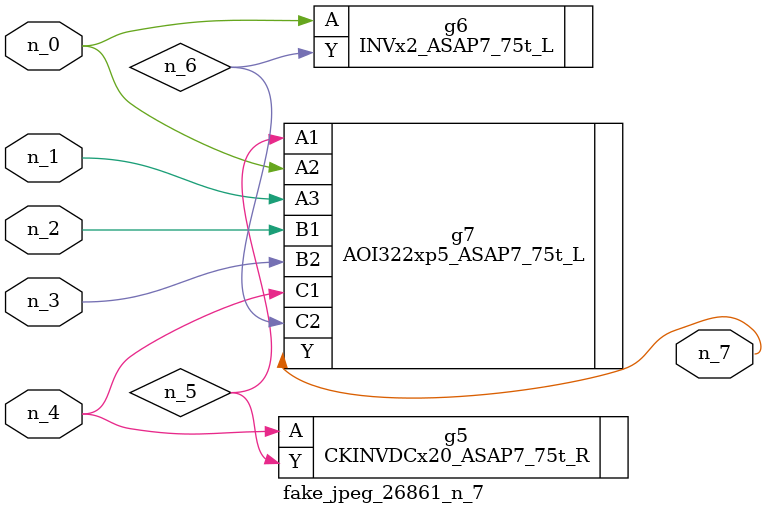
<source format=v>
module fake_jpeg_26861_n_7 (n_3, n_2, n_1, n_0, n_4, n_7);

input n_3;
input n_2;
input n_1;
input n_0;
input n_4;

output n_7;

wire n_6;
wire n_5;

CKINVDCx20_ASAP7_75t_R g5 ( 
.A(n_4),
.Y(n_5)
);

INVx2_ASAP7_75t_L g6 ( 
.A(n_0),
.Y(n_6)
);

AOI322xp5_ASAP7_75t_L g7 ( 
.A1(n_5),
.A2(n_0),
.A3(n_1),
.B1(n_2),
.B2(n_3),
.C1(n_4),
.C2(n_6),
.Y(n_7)
);


endmodule
</source>
